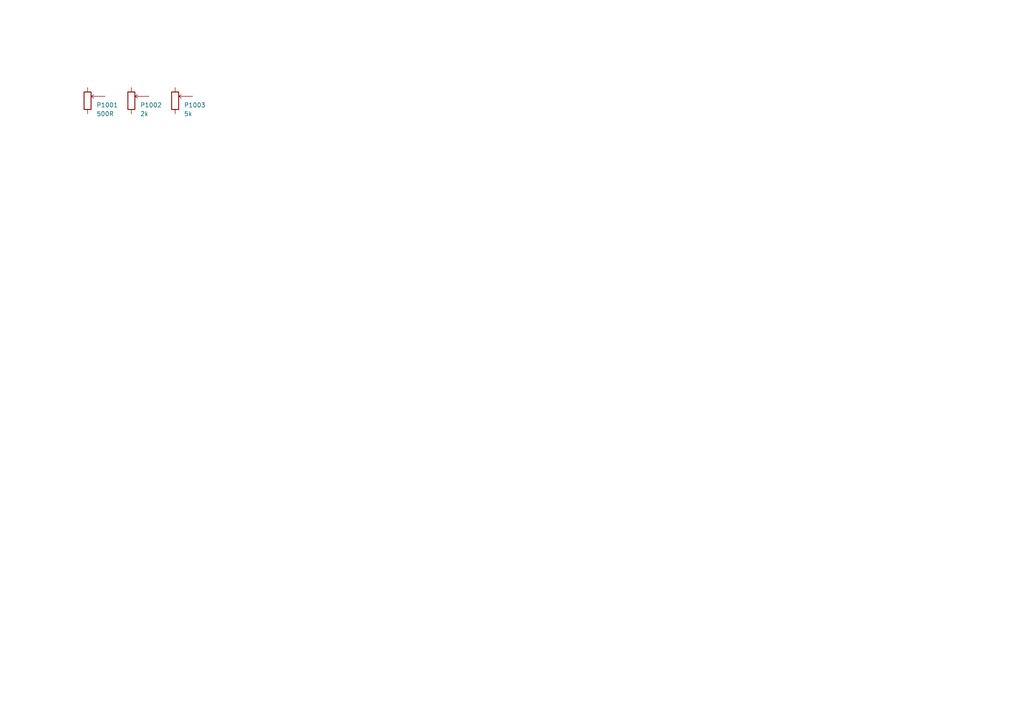
<source format=kicad_sch>
(kicad_sch
	(version 20250114)
	(generator "eeschema")
	(generator_version "9.0")
	(uuid "e63e39d7-6ac0-4ffd-8aa3-1841a4541b55")
	(paper "A4")
	(title_block
		(title "Potentiometers")
		(date "2026-01-10")
		(rev "1")
		(comment 1 "-")
		(comment 2 "-")
	)
	(lib_symbols
		(symbol "lily_symbols:pot_trim_2k_20%_125mW_3313j"
			(pin_numbers
				(hide yes)
			)
			(pin_names
				(offset 0)
				(hide yes)
			)
			(exclude_from_sim no)
			(in_bom yes)
			(on_board yes)
			(property "Reference" "P"
				(at 2.54 -5.08 0)
				(effects
					(font
						(size 1.27 1.27)
					)
					(justify left)
				)
			)
			(property "Value" "2k"
				(at 2.54 -7.62 0)
				(effects
					(font
						(size 1.27 1.27)
					)
					(justify left)
				)
			)
			(property "Footprint" "lily_footprints:pot_3313j"
				(at 0 -20.32 0)
				(effects
					(font
						(size 1.27 1.27)
					)
					(hide yes)
				)
			)
			(property "Datasheet" "https://lilytronics.github.io/lily_kicad_lib/datasheets/bourns/3313.pdf"
				(at 0 -3.81 0)
				(effects
					(font
						(size 1.27 1.27)
					)
					(hide yes)
				)
			)
			(property "Description" ""
				(at 0 0 0)
				(effects
					(font
						(size 1.27 1.27)
					)
					(hide yes)
				)
			)
			(property "Revision" "1"
				(at 0 -15.24 0)
				(effects
					(font
						(size 1.27 1.27)
					)
					(hide yes)
				)
			)
			(property "Status" "Active"
				(at 0 -17.78 0)
				(effects
					(font
						(size 1.27 1.27)
					)
					(hide yes)
				)
			)
			(property "Manufacturer" "BOURNS"
				(at 0 -22.86 0)
				(effects
					(font
						(size 1.27 1.27)
					)
					(hide yes)
				)
			)
			(property "Manufacturer_ID" "3313J-1-202E"
				(at 0 -25.4 0)
				(effects
					(font
						(size 1.27 1.27)
					)
					(hide yes)
				)
			)
			(property "Lily_ID" "NO_ID"
				(at 0 -27.94 0)
				(effects
					(font
						(size 1.27 1.27)
					)
					(hide yes)
				)
			)
			(property "JLCPCB_ID" "C124620"
				(at 0 -30.48 0)
				(effects
					(font
						(size 1.27 1.27)
					)
					(hide yes)
				)
			)
			(symbol "pot_trim_2k_20%_125mW_3313j_0_1"
				(rectangle
					(start -1.016 -6.35)
					(end 1.016 -1.27)
					(stroke
						(width 0.254)
						(type default)
					)
					(fill
						(type none)
					)
				)
				(polyline
					(pts
						(xy 1.016 -2.54) (xy 1.778 -2.032)
					)
					(stroke
						(width 0)
						(type default)
					)
					(fill
						(type none)
					)
				)
				(polyline
					(pts
						(xy 1.016 -2.54) (xy 1.778 -3.048)
					)
					(stroke
						(width 0)
						(type default)
					)
					(fill
						(type none)
					)
				)
			)
			(symbol "pot_trim_2k_20%_125mW_3313j_1_1"
				(pin passive line
					(at 0 0 270)
					(length 1.27)
					(name "~"
						(effects
							(font
								(size 1.27 1.27)
							)
						)
					)
					(number "1"
						(effects
							(font
								(size 1.27 1.27)
							)
						)
					)
				)
				(pin passive line
					(at 0 -7.62 90)
					(length 1.27)
					(name "~"
						(effects
							(font
								(size 1.27 1.27)
							)
						)
					)
					(number "3"
						(effects
							(font
								(size 1.27 1.27)
							)
						)
					)
				)
				(pin passive line
					(at 5.08 -2.54 180)
					(length 4.064)
					(name ""
						(effects
							(font
								(size 1.27 1.27)
							)
						)
					)
					(number "2"
						(effects
							(font
								(size 1.27 1.27)
							)
						)
					)
				)
			)
			(embedded_fonts no)
		)
		(symbol "lily_symbols:pot_trim_500R_20%_125mW_3313j"
			(pin_numbers
				(hide yes)
			)
			(pin_names
				(offset 0)
				(hide yes)
			)
			(exclude_from_sim no)
			(in_bom yes)
			(on_board yes)
			(property "Reference" "P"
				(at 2.54 -5.08 0)
				(effects
					(font
						(size 1.27 1.27)
					)
					(justify left)
				)
			)
			(property "Value" "500R"
				(at 2.54 -7.62 0)
				(effects
					(font
						(size 1.27 1.27)
					)
					(justify left)
				)
			)
			(property "Footprint" "lily_footprints:pot_3313j"
				(at 0 -20.32 0)
				(effects
					(font
						(size 1.27 1.27)
					)
					(hide yes)
				)
			)
			(property "Datasheet" "https://lilytronics.github.io/lily_kicad_lib/datasheets/bourns/3313.pdf"
				(at 0 -33.02 0)
				(effects
					(font
						(size 1.27 1.27)
					)
					(hide yes)
				)
			)
			(property "Description" ""
				(at 0 0 0)
				(effects
					(font
						(size 1.27 1.27)
					)
					(hide yes)
				)
			)
			(property "Revision" "1"
				(at 0 -15.24 0)
				(effects
					(font
						(size 1.27 1.27)
					)
					(hide yes)
				)
			)
			(property "Status" "Active"
				(at 0 -17.78 0)
				(effects
					(font
						(size 1.27 1.27)
					)
					(hide yes)
				)
			)
			(property "Manufacturer" "BOURNS"
				(at 0 -22.86 0)
				(effects
					(font
						(size 1.27 1.27)
					)
					(hide yes)
				)
			)
			(property "Manufacturer_ID" "3313J-1-501E"
				(at 0 -25.4 0)
				(effects
					(font
						(size 1.27 1.27)
					)
					(hide yes)
				)
			)
			(property "Lily_ID" "NO_ID"
				(at 0 -27.94 0)
				(effects
					(font
						(size 1.27 1.27)
					)
					(hide yes)
				)
			)
			(property "JLCPCB_ID" "NO_ID"
				(at 0 -30.48 0)
				(effects
					(font
						(size 1.27 1.27)
					)
					(hide yes)
				)
			)
			(symbol "pot_trim_500R_20%_125mW_3313j_0_1"
				(rectangle
					(start -1.016 -6.35)
					(end 1.016 -1.27)
					(stroke
						(width 0.254)
						(type default)
					)
					(fill
						(type none)
					)
				)
				(polyline
					(pts
						(xy 1.016 -2.54) (xy 1.778 -2.032)
					)
					(stroke
						(width 0)
						(type default)
					)
					(fill
						(type none)
					)
				)
				(polyline
					(pts
						(xy 1.016 -2.54) (xy 1.778 -3.048)
					)
					(stroke
						(width 0)
						(type default)
					)
					(fill
						(type none)
					)
				)
			)
			(symbol "pot_trim_500R_20%_125mW_3313j_1_1"
				(pin passive line
					(at 0 0 270)
					(length 1.27)
					(name "~"
						(effects
							(font
								(size 1.27 1.27)
							)
						)
					)
					(number "1"
						(effects
							(font
								(size 1.27 1.27)
							)
						)
					)
				)
				(pin passive line
					(at 0 -7.62 90)
					(length 1.27)
					(name "~"
						(effects
							(font
								(size 1.27 1.27)
							)
						)
					)
					(number "3"
						(effects
							(font
								(size 1.27 1.27)
							)
						)
					)
				)
				(pin passive line
					(at 5.08 -2.54 180)
					(length 4.064)
					(name ""
						(effects
							(font
								(size 1.27 1.27)
							)
						)
					)
					(number "2"
						(effects
							(font
								(size 1.27 1.27)
							)
						)
					)
				)
			)
			(embedded_fonts no)
		)
		(symbol "lily_symbols:pot_trim_5k_20%_125mW_3313j"
			(pin_numbers
				(hide yes)
			)
			(pin_names
				(offset 0)
				(hide yes)
			)
			(exclude_from_sim no)
			(in_bom yes)
			(on_board yes)
			(property "Reference" "P"
				(at 2.54 -5.08 0)
				(effects
					(font
						(size 1.27 1.27)
					)
					(justify left)
				)
			)
			(property "Value" "5k"
				(at 2.54 -7.62 0)
				(effects
					(font
						(size 1.27 1.27)
					)
					(justify left)
				)
			)
			(property "Footprint" "lily_footprints:pot_3313j"
				(at 0 -20.32 0)
				(effects
					(font
						(size 1.27 1.27)
					)
					(hide yes)
				)
			)
			(property "Datasheet" "https://lilytronics.github.io/lily_kicad_lib/datasheets/bourns/3313.pdf"
				(at 0 -33.02 0)
				(effects
					(font
						(size 1.27 1.27)
					)
					(hide yes)
				)
			)
			(property "Description" ""
				(at 0 0 0)
				(effects
					(font
						(size 1.27 1.27)
					)
					(hide yes)
				)
			)
			(property "Revision" "1"
				(at 0 -15.24 0)
				(effects
					(font
						(size 1.27 1.27)
					)
					(hide yes)
				)
			)
			(property "Status" "Active"
				(at 0 -17.78 0)
				(effects
					(font
						(size 1.27 1.27)
					)
					(hide yes)
				)
			)
			(property "Manufacturer" "BOURNS"
				(at 0 -22.86 0)
				(effects
					(font
						(size 1.27 1.27)
					)
					(hide yes)
				)
			)
			(property "Manufacturer_ID" "3313J-1-502E"
				(at 0 -25.4 0)
				(effects
					(font
						(size 1.27 1.27)
					)
					(hide yes)
				)
			)
			(property "Lily_ID" "NO_ID"
				(at 0 -27.94 0)
				(effects
					(font
						(size 1.27 1.27)
					)
					(hide yes)
				)
			)
			(property "JLCPCB_ID" "NO_ID"
				(at 0 -30.48 0)
				(effects
					(font
						(size 1.27 1.27)
					)
					(hide yes)
				)
			)
			(symbol "pot_trim_5k_20%_125mW_3313j_0_1"
				(rectangle
					(start -1.016 -6.35)
					(end 1.016 -1.27)
					(stroke
						(width 0.254)
						(type default)
					)
					(fill
						(type none)
					)
				)
				(polyline
					(pts
						(xy 1.016 -2.54) (xy 1.778 -2.032)
					)
					(stroke
						(width 0)
						(type default)
					)
					(fill
						(type none)
					)
				)
				(polyline
					(pts
						(xy 1.016 -2.54) (xy 1.778 -3.048)
					)
					(stroke
						(width 0)
						(type default)
					)
					(fill
						(type none)
					)
				)
			)
			(symbol "pot_trim_5k_20%_125mW_3313j_1_1"
				(pin passive line
					(at 0 0 270)
					(length 1.27)
					(name "~"
						(effects
							(font
								(size 1.27 1.27)
							)
						)
					)
					(number "1"
						(effects
							(font
								(size 1.27 1.27)
							)
						)
					)
				)
				(pin passive line
					(at 0 -7.62 90)
					(length 1.27)
					(name "~"
						(effects
							(font
								(size 1.27 1.27)
							)
						)
					)
					(number "3"
						(effects
							(font
								(size 1.27 1.27)
							)
						)
					)
				)
				(pin passive line
					(at 5.08 -2.54 180)
					(length 4.064)
					(name ""
						(effects
							(font
								(size 1.27 1.27)
							)
						)
					)
					(number "2"
						(effects
							(font
								(size 1.27 1.27)
							)
						)
					)
				)
			)
			(embedded_fonts no)
		)
	)
	(symbol
		(lib_id "lily_symbols:pot_trim_5k_20%_125mW_3313j")
		(at 50.8 25.4 0)
		(unit 1)
		(exclude_from_sim no)
		(in_bom yes)
		(on_board yes)
		(dnp no)
		(uuid "9a44223e-899b-4aea-b8b0-aac33af1a6b1")
		(property "Reference" "P1003"
			(at 53.34 30.48 0)
			(effects
				(font
					(size 1.27 1.27)
				)
				(justify left)
			)
		)
		(property "Value" "5k"
			(at 53.34 33.02 0)
			(effects
				(font
					(size 1.27 1.27)
				)
				(justify left)
			)
		)
		(property "Footprint" "lily_footprints:pot_3313j"
			(at 50.8 45.72 0)
			(effects
				(font
					(size 1.27 1.27)
				)
				(hide yes)
			)
		)
		(property "Datasheet" "https://lilytronics.github.io/lily_kicad_lib/datasheets/bourns/3313.pdf"
			(at 50.8 58.42 0)
			(effects
				(font
					(size 1.27 1.27)
				)
				(hide yes)
			)
		)
		(property "Description" ""
			(at 50.8 25.4 0)
			(effects
				(font
					(size 1.27 1.27)
				)
				(hide yes)
			)
		)
		(property "Revision" "1"
			(at 50.8 40.64 0)
			(effects
				(font
					(size 1.27 1.27)
				)
				(hide yes)
			)
		)
		(property "Status" "Active"
			(at 50.8 43.18 0)
			(effects
				(font
					(size 1.27 1.27)
				)
				(hide yes)
			)
		)
		(property "Manufacturer" "BOURNS"
			(at 50.8 48.26 0)
			(effects
				(font
					(size 1.27 1.27)
				)
				(hide yes)
			)
		)
		(property "Manufacturer_ID" "3313J-1-502E"
			(at 50.8 50.8 0)
			(effects
				(font
					(size 1.27 1.27)
				)
				(hide yes)
			)
		)
		(property "Lily_ID" "NO_ID"
			(at 50.8 53.34 0)
			(effects
				(font
					(size 1.27 1.27)
				)
				(hide yes)
			)
		)
		(property "JLCPCB_ID" "NO_ID"
			(at 50.8 55.88 0)
			(effects
				(font
					(size 1.27 1.27)
				)
				(hide yes)
			)
		)
		(pin "2"
			(uuid "bc6326b2-fe39-44e8-9e62-720dbb9f188a")
		)
		(pin "1"
			(uuid "c72e2e15-6261-45c0-8292-e2363304e86f")
		)
		(pin "3"
			(uuid "518d1963-b731-4bf8-8df1-3d62d4aaa6b5")
		)
		(instances
			(project ""
				(path "/e63e39d7-6ac0-4ffd-8aa3-1841a4541b55"
					(reference "P1003")
					(unit 1)
				)
			)
		)
	)
	(symbol
		(lib_id "lily_symbols:pot_trim_2k_20%_125mW_3313j")
		(at 38.1 25.4 0)
		(unit 1)
		(exclude_from_sim no)
		(in_bom yes)
		(on_board yes)
		(dnp no)
		(uuid "ae61d889-144c-41b3-a5bc-87d84ac6575e")
		(property "Reference" "P1002"
			(at 40.64 30.48 0)
			(effects
				(font
					(size 1.27 1.27)
				)
				(justify left)
			)
		)
		(property "Value" "2k"
			(at 40.64 33.02 0)
			(effects
				(font
					(size 1.27 1.27)
				)
				(justify left)
			)
		)
		(property "Footprint" "lily_footprints:pot_3313j"
			(at 38.1 45.72 0)
			(effects
				(font
					(size 1.27 1.27)
				)
				(hide yes)
			)
		)
		(property "Datasheet" "https://lilytronics.github.io/lily_kicad_lib/datasheets/bourns/3313.pdf"
			(at 38.1 29.21 0)
			(effects
				(font
					(size 1.27 1.27)
				)
				(hide yes)
			)
		)
		(property "Description" ""
			(at 38.1 25.4 0)
			(effects
				(font
					(size 1.27 1.27)
				)
				(hide yes)
			)
		)
		(property "Revision" "1"
			(at 38.1 40.64 0)
			(effects
				(font
					(size 1.27 1.27)
				)
				(hide yes)
			)
		)
		(property "Status" "Active"
			(at 38.1 43.18 0)
			(effects
				(font
					(size 1.27 1.27)
				)
				(hide yes)
			)
		)
		(property "Manufacturer" "BOURNS"
			(at 38.1 48.26 0)
			(effects
				(font
					(size 1.27 1.27)
				)
				(hide yes)
			)
		)
		(property "Manufacturer_ID" "3313J-1-202E"
			(at 38.1 50.8 0)
			(effects
				(font
					(size 1.27 1.27)
				)
				(hide yes)
			)
		)
		(property "Lily_ID" "NO_ID"
			(at 38.1 53.34 0)
			(effects
				(font
					(size 1.27 1.27)
				)
				(hide yes)
			)
		)
		(property "JLCPCB_ID" "C124620"
			(at 38.1 55.88 0)
			(effects
				(font
					(size 1.27 1.27)
				)
				(hide yes)
			)
		)
		(pin "1"
			(uuid "da510cb7-d720-474b-945a-349434b641ec")
		)
		(pin "3"
			(uuid "ae2ad634-a32e-47d1-a1ad-e8edb3ca4a31")
		)
		(pin "2"
			(uuid "9c30cb9c-d831-4e42-b7a9-6c79bf8cbd1f")
		)
		(instances
			(project ""
				(path "/e63e39d7-6ac0-4ffd-8aa3-1841a4541b55"
					(reference "P1002")
					(unit 1)
				)
			)
		)
	)
	(symbol
		(lib_id "lily_symbols:pot_trim_500R_20%_125mW_3313j")
		(at 25.4 25.4 0)
		(unit 1)
		(exclude_from_sim no)
		(in_bom yes)
		(on_board yes)
		(dnp no)
		(uuid "e3d408bc-2b7e-456f-bbc3-0d3aefed134d")
		(property "Reference" "P1001"
			(at 27.94 30.48 0)
			(effects
				(font
					(size 1.27 1.27)
				)
				(justify left)
			)
		)
		(property "Value" "500R"
			(at 27.94 33.02 0)
			(effects
				(font
					(size 1.27 1.27)
				)
				(justify left)
			)
		)
		(property "Footprint" "lily_footprints:pot_3313j"
			(at 25.4 45.72 0)
			(effects
				(font
					(size 1.27 1.27)
				)
				(hide yes)
			)
		)
		(property "Datasheet" "https://lilytronics.github.io/lily_kicad_lib/datasheets/bourns/3313.pdf"
			(at 25.4 58.42 0)
			(effects
				(font
					(size 1.27 1.27)
				)
				(hide yes)
			)
		)
		(property "Description" ""
			(at 25.4 25.4 0)
			(effects
				(font
					(size 1.27 1.27)
				)
				(hide yes)
			)
		)
		(property "Revision" "1"
			(at 25.4 40.64 0)
			(effects
				(font
					(size 1.27 1.27)
				)
				(hide yes)
			)
		)
		(property "Status" "Active"
			(at 25.4 43.18 0)
			(effects
				(font
					(size 1.27 1.27)
				)
				(hide yes)
			)
		)
		(property "Manufacturer" "BOURNS"
			(at 25.4 48.26 0)
			(effects
				(font
					(size 1.27 1.27)
				)
				(hide yes)
			)
		)
		(property "Manufacturer_ID" "3313J-1-501E"
			(at 25.4 50.8 0)
			(effects
				(font
					(size 1.27 1.27)
				)
				(hide yes)
			)
		)
		(property "Lily_ID" "NO_ID"
			(at 25.4 53.34 0)
			(effects
				(font
					(size 1.27 1.27)
				)
				(hide yes)
			)
		)
		(property "JLCPCB_ID" "NO_ID"
			(at 25.4 55.88 0)
			(effects
				(font
					(size 1.27 1.27)
				)
				(hide yes)
			)
		)
		(pin "1"
			(uuid "c2083a62-b012-4653-a6f3-105792fe696a")
		)
		(pin "3"
			(uuid "7a86f000-b517-44a9-a7fc-89850352de9d")
		)
		(pin "2"
			(uuid "061ee656-0656-4ab5-8103-cbc0a2de87bc")
		)
		(instances
			(project ""
				(path "/e63e39d7-6ac0-4ffd-8aa3-1841a4541b55"
					(reference "P1001")
					(unit 1)
				)
			)
		)
	)
	(sheet_instances
		(path "/"
			(page "1")
		)
	)
	(embedded_fonts no)
)

</source>
